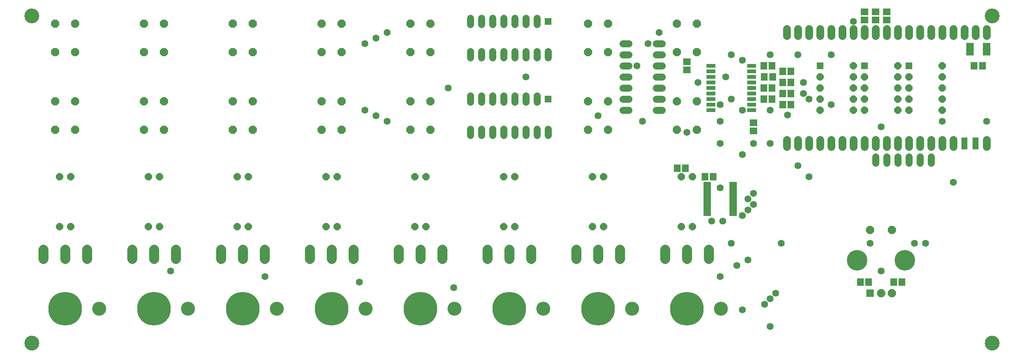
<source format=gbs>
G75*
%MOIN*%
%OFA0B0*%
%FSLAX25Y25*%
%IPPOS*%
%LPD*%
%AMOC8*
5,1,8,0,0,1.08239X$1,22.5*
%
%ADD10C,0.13398*%
%ADD11R,0.06706X0.05918*%
%ADD12R,0.05918X0.06706*%
%ADD13R,0.08083X0.03359*%
%ADD14R,0.06509X0.02572*%
%ADD15OC8,0.06400*%
%ADD16R,0.06400X0.06400*%
%ADD17C,0.09068*%
%ADD18C,0.30328*%
%ADD19C,0.12611*%
%ADD20OC8,0.07200*%
%ADD21R,0.07137X0.07137*%
%ADD22OC8,0.07137*%
%ADD23C,0.18517*%
%ADD24C,0.06400*%
%ADD25C,0.07137*%
%ADD26R,0.05800X0.10800*%
%ADD27R,0.07100X0.05400*%
%ADD28R,0.07200X0.00600*%
%ADD29C,0.06312*%
D10*
X0015000Y0015000D03*
X0015000Y0310000D03*
X0880000Y0310000D03*
X0880000Y0015000D03*
D11*
X0665000Y0206260D03*
X0665000Y0213740D03*
X0605000Y0261260D03*
X0605000Y0268740D03*
X0765000Y0306260D03*
X0775000Y0306260D03*
X0785000Y0306260D03*
X0785000Y0313740D03*
X0775000Y0313740D03*
X0765000Y0313740D03*
D12*
X0681740Y0265000D03*
X0674260Y0265000D03*
X0691260Y0260000D03*
X0698740Y0260000D03*
X0698740Y0250000D03*
X0691260Y0250000D03*
X0682240Y0255000D03*
X0674760Y0255000D03*
X0674260Y0245000D03*
X0681740Y0245000D03*
X0691260Y0240000D03*
X0698740Y0240000D03*
X0698740Y0230000D03*
X0691260Y0230000D03*
X0681740Y0235000D03*
X0674260Y0235000D03*
X0603740Y0172500D03*
X0596260Y0172500D03*
X0621260Y0165000D03*
X0628740Y0165000D03*
X0761260Y0070000D03*
X0768740Y0070000D03*
X0791260Y0070000D03*
X0798740Y0070000D03*
X0863760Y0265000D03*
X0871240Y0265000D03*
D13*
X0663406Y0265000D03*
X0663406Y0260000D03*
X0663406Y0255000D03*
X0663406Y0250000D03*
X0663406Y0245000D03*
X0663406Y0240000D03*
X0663406Y0235000D03*
X0663406Y0230000D03*
X0663406Y0225000D03*
X0626594Y0225000D03*
X0626594Y0230000D03*
X0626594Y0235000D03*
X0626594Y0240000D03*
X0626594Y0245000D03*
X0626594Y0250000D03*
X0626594Y0255000D03*
X0626594Y0260000D03*
X0626594Y0265000D03*
D14*
X0623484Y0159075D03*
X0623484Y0156516D03*
X0623484Y0153957D03*
X0623484Y0151398D03*
X0623484Y0148839D03*
X0623484Y0146280D03*
X0623484Y0143720D03*
X0623484Y0141161D03*
X0623484Y0138602D03*
X0623484Y0136043D03*
X0623484Y0133484D03*
X0623484Y0130925D03*
X0646516Y0130925D03*
X0646516Y0133484D03*
X0646516Y0136043D03*
X0646516Y0138602D03*
X0646516Y0141161D03*
X0646516Y0143720D03*
X0646516Y0146280D03*
X0646516Y0148839D03*
X0646516Y0151398D03*
X0646516Y0153957D03*
X0646516Y0156516D03*
X0646516Y0159075D03*
D15*
X0610000Y0165000D03*
X0600000Y0165000D03*
X0530000Y0165000D03*
X0520000Y0165000D03*
X0450000Y0165000D03*
X0440000Y0165000D03*
X0370000Y0165000D03*
X0360000Y0165000D03*
X0290000Y0165000D03*
X0280000Y0165000D03*
X0210000Y0165000D03*
X0200000Y0165000D03*
X0130000Y0165000D03*
X0120000Y0165000D03*
X0050000Y0165000D03*
X0040000Y0165000D03*
X0040000Y0120000D03*
X0050000Y0120000D03*
X0120000Y0120000D03*
X0130000Y0120000D03*
X0200000Y0120000D03*
X0210000Y0120000D03*
X0280000Y0120000D03*
X0290000Y0120000D03*
X0360000Y0120000D03*
X0370000Y0120000D03*
X0440000Y0120000D03*
X0450000Y0120000D03*
X0520000Y0120000D03*
X0530000Y0120000D03*
X0600000Y0120000D03*
X0610000Y0120000D03*
X0725000Y0225000D03*
X0725000Y0235000D03*
X0725000Y0245000D03*
X0725000Y0255000D03*
X0755000Y0255000D03*
X0765000Y0255000D03*
X0765000Y0245000D03*
X0755000Y0245000D03*
X0755000Y0235000D03*
X0765000Y0235000D03*
X0765000Y0225000D03*
X0755000Y0225000D03*
X0795000Y0225000D03*
X0805000Y0225000D03*
X0805000Y0235000D03*
X0795000Y0235000D03*
X0795000Y0245000D03*
X0805000Y0245000D03*
X0805000Y0255000D03*
X0795000Y0255000D03*
X0795000Y0265000D03*
X0755000Y0265000D03*
X0835000Y0265000D03*
X0835000Y0255000D03*
X0835000Y0245000D03*
X0835000Y0235000D03*
X0835000Y0225000D03*
D16*
X0805000Y0265000D03*
X0765000Y0265000D03*
X0725000Y0265000D03*
X0480000Y0235000D03*
X0480000Y0305000D03*
D17*
X0464685Y0099134D02*
X0464685Y0090866D01*
X0445000Y0090866D02*
X0445000Y0099134D01*
X0425315Y0099134D02*
X0425315Y0090866D01*
X0384685Y0090866D02*
X0384685Y0099134D01*
X0365000Y0099134D02*
X0365000Y0090866D01*
X0345315Y0090866D02*
X0345315Y0099134D01*
X0304685Y0099134D02*
X0304685Y0090866D01*
X0285000Y0090866D02*
X0285000Y0099134D01*
X0265315Y0099134D02*
X0265315Y0090866D01*
X0224685Y0090866D02*
X0224685Y0099134D01*
X0205000Y0099134D02*
X0205000Y0090866D01*
X0185315Y0090866D02*
X0185315Y0099134D01*
X0144685Y0099134D02*
X0144685Y0090866D01*
X0125000Y0090866D02*
X0125000Y0099134D01*
X0105315Y0099134D02*
X0105315Y0090866D01*
X0064685Y0090866D02*
X0064685Y0099134D01*
X0045000Y0099134D02*
X0045000Y0090866D01*
X0025315Y0090866D02*
X0025315Y0099134D01*
X0505315Y0099134D02*
X0505315Y0090866D01*
X0525000Y0090866D02*
X0525000Y0099134D01*
X0544685Y0099134D02*
X0544685Y0090866D01*
X0585315Y0090866D02*
X0585315Y0099134D01*
X0605000Y0099134D02*
X0605000Y0090866D01*
X0624685Y0090866D02*
X0624685Y0099134D01*
D18*
X0605000Y0045787D03*
X0525000Y0045787D03*
X0445000Y0045787D03*
X0365000Y0045787D03*
X0285000Y0045787D03*
X0205000Y0045787D03*
X0125000Y0045787D03*
X0045000Y0045787D03*
D19*
X0075709Y0045787D03*
X0155709Y0045787D03*
X0235709Y0045787D03*
X0315709Y0045787D03*
X0395709Y0045787D03*
X0475709Y0045787D03*
X0555709Y0045787D03*
X0635709Y0045787D03*
D20*
X0613900Y0207200D03*
X0596100Y0207200D03*
X0533900Y0207200D03*
X0516100Y0207200D03*
X0516100Y0232800D03*
X0533900Y0232800D03*
X0596100Y0232800D03*
X0613900Y0232800D03*
X0613900Y0277200D03*
X0596100Y0277200D03*
X0596100Y0302800D03*
X0613900Y0302800D03*
X0533900Y0302800D03*
X0516100Y0302800D03*
X0516100Y0277200D03*
X0533900Y0277200D03*
X0373900Y0277200D03*
X0356100Y0277200D03*
X0356100Y0302800D03*
X0373900Y0302800D03*
X0293900Y0302800D03*
X0276100Y0302800D03*
X0276100Y0277200D03*
X0293900Y0277200D03*
X0213900Y0277200D03*
X0196100Y0277200D03*
X0196100Y0302800D03*
X0213900Y0302800D03*
X0133900Y0302800D03*
X0116100Y0302800D03*
X0116100Y0277200D03*
X0133900Y0277200D03*
X0053900Y0277200D03*
X0036100Y0277200D03*
X0036100Y0302800D03*
X0053900Y0302800D03*
X0053900Y0232800D03*
X0036100Y0232800D03*
X0036100Y0207200D03*
X0053900Y0207200D03*
X0116100Y0207200D03*
X0133900Y0207200D03*
X0133900Y0232800D03*
X0116100Y0232800D03*
X0196100Y0232800D03*
X0213900Y0232800D03*
X0213900Y0207200D03*
X0196100Y0207200D03*
X0276100Y0207200D03*
X0293900Y0207200D03*
X0293900Y0232800D03*
X0276100Y0232800D03*
X0356100Y0232800D03*
X0373900Y0232800D03*
X0373900Y0207200D03*
X0356100Y0207200D03*
D21*
X0770000Y0060000D03*
D22*
X0779843Y0060000D03*
X0789685Y0060000D03*
X0789685Y0117087D03*
X0770000Y0117087D03*
D23*
X0758189Y0089528D03*
X0801496Y0089528D03*
D24*
X0805000Y0177200D02*
X0805000Y0182800D01*
X0795000Y0182800D02*
X0795000Y0177200D01*
X0785000Y0177200D02*
X0785000Y0182800D01*
X0775000Y0182800D02*
X0775000Y0177200D01*
X0815000Y0177200D02*
X0815000Y0182800D01*
X0825000Y0182800D02*
X0825000Y0177200D01*
X0582800Y0225000D02*
X0577200Y0225000D01*
X0577200Y0235000D02*
X0582800Y0235000D01*
X0582800Y0245000D02*
X0577200Y0245000D01*
X0577200Y0255000D02*
X0582800Y0255000D01*
X0582800Y0265000D02*
X0577200Y0265000D01*
X0577200Y0275000D02*
X0582800Y0275000D01*
X0582800Y0285000D02*
X0577200Y0285000D01*
X0552800Y0285000D02*
X0547200Y0285000D01*
X0547200Y0275000D02*
X0552800Y0275000D01*
X0552800Y0265000D02*
X0547200Y0265000D01*
X0547200Y0255000D02*
X0552800Y0255000D01*
X0552800Y0245000D02*
X0547200Y0245000D01*
X0547200Y0235000D02*
X0552800Y0235000D01*
X0552800Y0225000D02*
X0547200Y0225000D01*
X0480000Y0207800D02*
X0480000Y0202200D01*
X0470000Y0202200D02*
X0470000Y0207800D01*
X0460000Y0207800D02*
X0460000Y0202200D01*
X0450000Y0202200D02*
X0450000Y0207800D01*
X0440000Y0207800D02*
X0440000Y0202200D01*
X0430000Y0202200D02*
X0430000Y0207800D01*
X0420000Y0207800D02*
X0420000Y0202200D01*
X0410000Y0202200D02*
X0410000Y0207800D01*
X0410000Y0232200D02*
X0410000Y0237800D01*
X0420000Y0237800D02*
X0420000Y0232200D01*
X0430000Y0232200D02*
X0430000Y0237800D01*
X0440000Y0237800D02*
X0440000Y0232200D01*
X0450000Y0232200D02*
X0450000Y0237800D01*
X0460000Y0237800D02*
X0460000Y0232200D01*
X0470000Y0232200D02*
X0470000Y0237800D01*
X0470000Y0272200D02*
X0470000Y0277800D01*
X0480000Y0277800D02*
X0480000Y0272200D01*
X0460000Y0272200D02*
X0460000Y0277800D01*
X0450000Y0277800D02*
X0450000Y0272200D01*
X0440000Y0272200D02*
X0440000Y0277800D01*
X0430000Y0277800D02*
X0430000Y0272200D01*
X0420000Y0272200D02*
X0420000Y0277800D01*
X0410000Y0277800D02*
X0410000Y0272200D01*
X0410000Y0302200D02*
X0410000Y0307800D01*
X0420000Y0307800D02*
X0420000Y0302200D01*
X0430000Y0302200D02*
X0430000Y0307800D01*
X0440000Y0307800D02*
X0440000Y0302200D01*
X0450000Y0302200D02*
X0450000Y0307800D01*
X0460000Y0307800D02*
X0460000Y0302200D01*
X0470000Y0302200D02*
X0470000Y0307800D01*
D25*
X0695000Y0298169D02*
X0695000Y0291831D01*
X0705000Y0291831D02*
X0705000Y0298169D01*
X0715000Y0298169D02*
X0715000Y0291831D01*
X0725000Y0291831D02*
X0725000Y0298169D01*
X0735000Y0298169D02*
X0735000Y0291831D01*
X0745000Y0291831D02*
X0745000Y0298169D01*
X0755000Y0298169D02*
X0755000Y0291831D01*
X0765000Y0291831D02*
X0765000Y0298169D01*
X0775000Y0298169D02*
X0775000Y0291831D01*
X0785000Y0291831D02*
X0785000Y0298169D01*
X0795000Y0298169D02*
X0795000Y0291831D01*
X0805000Y0291831D02*
X0805000Y0298169D01*
X0815000Y0298169D02*
X0815000Y0291831D01*
X0825000Y0291831D02*
X0825000Y0298169D01*
X0835000Y0298169D02*
X0835000Y0291831D01*
X0845000Y0291831D02*
X0845000Y0298169D01*
X0855000Y0298169D02*
X0855000Y0291831D01*
X0865000Y0291831D02*
X0865000Y0298169D01*
X0875000Y0298169D02*
X0875000Y0291831D01*
X0875000Y0198169D02*
X0875000Y0191831D01*
X0845000Y0191831D02*
X0845000Y0198169D01*
X0835000Y0198169D02*
X0835000Y0191831D01*
X0825000Y0191831D02*
X0825000Y0198169D01*
X0815000Y0198169D02*
X0815000Y0191831D01*
X0805000Y0191831D02*
X0805000Y0198169D01*
X0795000Y0198169D02*
X0795000Y0191831D01*
X0785000Y0191831D02*
X0785000Y0198169D01*
X0775000Y0198169D02*
X0775000Y0191831D01*
X0765000Y0191831D02*
X0765000Y0198169D01*
X0755000Y0198169D02*
X0755000Y0191831D01*
X0745000Y0191831D02*
X0745000Y0198169D01*
X0735000Y0198169D02*
X0735000Y0191831D01*
X0725000Y0191831D02*
X0725000Y0198169D01*
X0715000Y0198169D02*
X0715000Y0191831D01*
X0705000Y0191831D02*
X0705000Y0198169D01*
X0695000Y0198169D02*
X0695000Y0191831D01*
D26*
X0855000Y0195000D03*
X0865000Y0195000D03*
D27*
X0860000Y0277000D03*
X0860000Y0283000D03*
X0875000Y0283000D03*
X0875000Y0277000D03*
D28*
X0875000Y0280000D03*
X0860000Y0280000D03*
D29*
X0755000Y0305000D03*
X0735000Y0275000D03*
X0705000Y0275000D03*
X0680000Y0275000D03*
X0655000Y0270000D03*
X0645000Y0275000D03*
X0640000Y0255000D03*
X0615000Y0250000D03*
X0645000Y0235000D03*
X0635000Y0230000D03*
X0655000Y0225000D03*
X0635000Y0215000D03*
X0605000Y0205000D03*
X0635000Y0195000D03*
X0655000Y0185000D03*
X0665000Y0195000D03*
X0680000Y0195000D03*
X0705000Y0175000D03*
X0715000Y0165000D03*
X0665000Y0150000D03*
X0660000Y0145000D03*
X0665000Y0140000D03*
X0660000Y0135000D03*
X0655000Y0130000D03*
X0637500Y0125000D03*
X0627500Y0125000D03*
X0645000Y0105000D03*
X0660000Y0090000D03*
X0650000Y0085000D03*
X0635000Y0075000D03*
X0680000Y0055000D03*
X0675000Y0050000D03*
X0685000Y0060000D03*
X0655000Y0045000D03*
X0680000Y0030000D03*
X0780000Y0080000D03*
X0770000Y0105000D03*
X0810000Y0105000D03*
X0820000Y0105000D03*
X0845000Y0160000D03*
X0780000Y0210000D03*
X0735000Y0230000D03*
X0715000Y0235000D03*
X0710000Y0240000D03*
X0710000Y0250000D03*
X0680000Y0225000D03*
X0695580Y0220580D03*
X0635000Y0155000D03*
X0690000Y0105000D03*
X0565000Y0215000D03*
X0525000Y0220000D03*
X0460000Y0255000D03*
X0390000Y0245000D03*
X0335000Y0215000D03*
X0325000Y0220000D03*
X0315000Y0225000D03*
X0315000Y0285000D03*
X0325000Y0290000D03*
X0335000Y0295000D03*
X0560000Y0265000D03*
X0570000Y0285000D03*
X0580000Y0295000D03*
X0835000Y0215000D03*
X0875000Y0215000D03*
X0395000Y0065000D03*
X0310000Y0070000D03*
X0225000Y0075000D03*
X0140000Y0080000D03*
M02*

</source>
